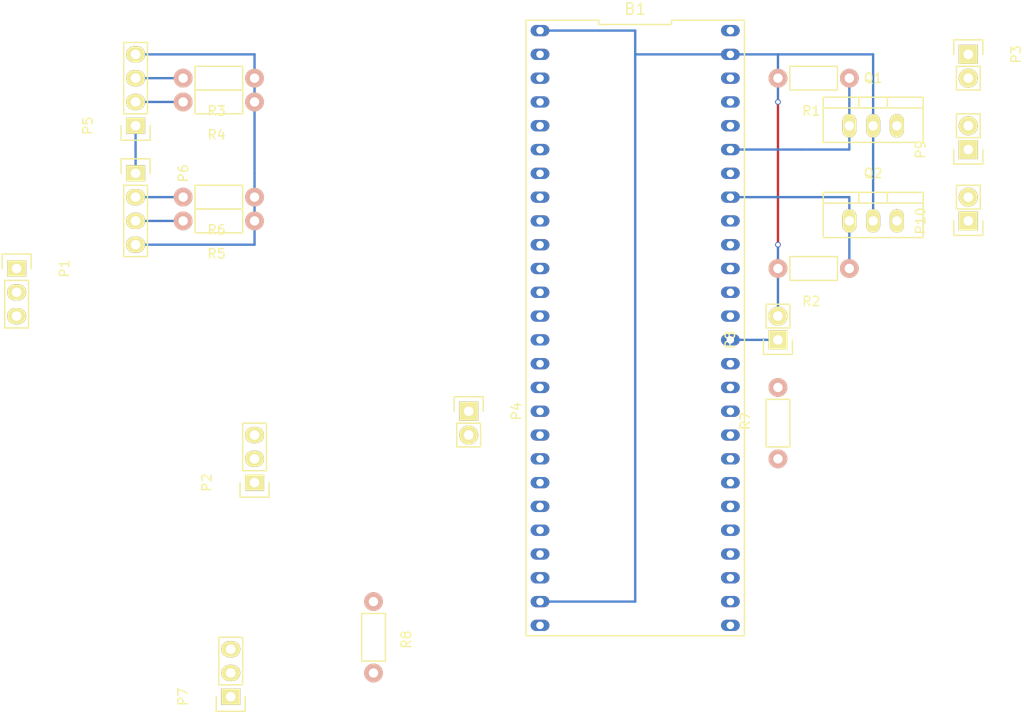
<source format=kicad_pcb>
(kicad_pcb (version 4) (host pcbnew 4.0.3+e1-6302~38~ubuntu16.04.1-stable)

  (general
    (links 49)
    (no_connects 49)
    (area 70.125 40.915 218.625001 139.505)
    (thickness 1.6)
    (drawings 0)
    (tracks 36)
    (zones 0)
    (modules 21)
    (nets 53)
  )

  (page A4)
  (layers
    (0 F.Cu signal)
    (31 B.Cu signal)
    (32 B.Adhes user)
    (33 F.Adhes user)
    (34 B.Paste user)
    (35 F.Paste user)
    (36 B.SilkS user)
    (37 F.SilkS user)
    (38 B.Mask user)
    (39 F.Mask user)
    (40 Dwgs.User user)
    (41 Cmts.User user)
    (42 Eco1.User user)
    (43 Eco2.User user)
    (44 Edge.Cuts user)
    (45 Margin user)
    (46 B.CrtYd user)
    (47 F.CrtYd user)
    (48 B.Fab user)
    (49 F.Fab user)
  )

  (setup
    (last_trace_width 0.25)
    (trace_clearance 0.2)
    (zone_clearance 0.508)
    (zone_45_only no)
    (trace_min 0.2)
    (segment_width 0.2)
    (edge_width 0.15)
    (via_size 0.6)
    (via_drill 0.4)
    (via_min_size 0.4)
    (via_min_drill 0.3)
    (uvia_size 0.3)
    (uvia_drill 0.1)
    (uvias_allowed no)
    (uvia_min_size 0.2)
    (uvia_min_drill 0.1)
    (pcb_text_width 0.3)
    (pcb_text_size 1.5 1.5)
    (mod_edge_width 0.15)
    (mod_text_size 1 1)
    (mod_text_width 0.15)
    (pad_size 1.524 1.524)
    (pad_drill 0.762)
    (pad_to_mask_clearance 0.2)
    (aux_axis_origin 0 0)
    (visible_elements FFFFFF7F)
    (pcbplotparams
      (layerselection 0x00030_80000001)
      (usegerberextensions false)
      (excludeedgelayer true)
      (linewidth 0.100000)
      (plotframeref false)
      (viasonmask false)
      (mode 1)
      (useauxorigin false)
      (hpglpennumber 1)
      (hpglpenspeed 20)
      (hpglpendiameter 15)
      (hpglpenoverlay 2)
      (psnegative false)
      (psa4output false)
      (plotreference true)
      (plotvalue true)
      (plotinvisibletext false)
      (padsonsilk false)
      (subtractmaskfromsilk false)
      (outputformat 1)
      (mirror false)
      (drillshape 1)
      (scaleselection 1)
      (outputdirectory ""))
  )

  (net 0 "")
  (net 1 +5V)
  (net 2 GND)
  (net 3 "Net-(B1-Pad2)")
  (net 4 "Net-(B1-Pad50)")
  (net 5 "Net-(B1-Pad3)")
  (net 6 "Net-(B1-Pad49)")
  (net 7 "Net-(B1-Pad4)")
  (net 8 "Net-(B1-Pad48)")
  (net 9 "Net-(B1-Pad5)")
  (net 10 Coast)
  (net 11 SteerEncA)
  (net 12 "Net-(B1-Pad46)")
  (net 13 SteerPot)
  (net 14 Reverse)
  (net 15 "Net-(B1-Pad8)")
  (net 16 "Net-(B1-Pad44)")
  (net 17 "Net-(B1-Pad9)")
  (net 18 "Net-(B1-Pad43)")
  (net 19 DriveEncB)
  (net 20 "Net-(B1-Pad42)")
  (net 21 "Net-(B1-Pad11)")
  (net 22 "Net-(B1-Pad41)")
  (net 23 "Net-(B1-Pad12)")
  (net 24 "Net-(B1-Pad40)")
  (net 25 SteerEncB)
  (net 26 Tx)
  (net 27 "Net-(B1-Pad14)")
  (net 28 "Net-(B1-Pad38)")
  (net 29 "Net-(B1-Pad15)")
  (net 30 "Net-(B1-Pad37)")
  (net 31 "Net-(B1-Pad16)")
  (net 32 "Net-(B1-Pad36)")
  (net 33 DriveSpeed)
  (net 34 "Net-(B1-Pad35)")
  (net 35 "Net-(B1-Pad18)")
  (net 36 "Net-(B1-Pad34)")
  (net 37 "Net-(B1-Pad19)")
  (net 38 "Net-(B1-Pad33)")
  (net 39 BrakePot)
  (net 40 "Net-(B1-Pad32)")
  (net 41 "Net-(B1-Pad21)")
  (net 42 "Net-(B1-Pad31)")
  (net 43 DriveEncA)
  (net 44 "Net-(B1-Pad30)")
  (net 45 Estop)
  (net 46 "Net-(B1-Pad29)")
  (net 47 "Net-(B1-Pad24)")
  (net 48 "Net-(B1-Pad28)")
  (net 49 "Net-(B1-Pad27)")
  (net 50 +12V)
  (net 51 "Net-(P9-Pad1)")
  (net 52 "Net-(P10-Pad1)")

  (net_class Default "This is the default net class."
    (clearance 0.2)
    (trace_width 0.25)
    (via_dia 0.6)
    (via_drill 0.4)
    (uvia_dia 0.3)
    (uvia_drill 0.1)
    (add_net +12V)
    (add_net +5V)
    (add_net BrakePot)
    (add_net Coast)
    (add_net DriveEncA)
    (add_net DriveEncB)
    (add_net DriveSpeed)
    (add_net Estop)
    (add_net GND)
    (add_net "Net-(B1-Pad11)")
    (add_net "Net-(B1-Pad12)")
    (add_net "Net-(B1-Pad14)")
    (add_net "Net-(B1-Pad15)")
    (add_net "Net-(B1-Pad16)")
    (add_net "Net-(B1-Pad18)")
    (add_net "Net-(B1-Pad19)")
    (add_net "Net-(B1-Pad2)")
    (add_net "Net-(B1-Pad21)")
    (add_net "Net-(B1-Pad24)")
    (add_net "Net-(B1-Pad27)")
    (add_net "Net-(B1-Pad28)")
    (add_net "Net-(B1-Pad29)")
    (add_net "Net-(B1-Pad3)")
    (add_net "Net-(B1-Pad30)")
    (add_net "Net-(B1-Pad31)")
    (add_net "Net-(B1-Pad32)")
    (add_net "Net-(B1-Pad33)")
    (add_net "Net-(B1-Pad34)")
    (add_net "Net-(B1-Pad35)")
    (add_net "Net-(B1-Pad36)")
    (add_net "Net-(B1-Pad37)")
    (add_net "Net-(B1-Pad38)")
    (add_net "Net-(B1-Pad4)")
    (add_net "Net-(B1-Pad40)")
    (add_net "Net-(B1-Pad41)")
    (add_net "Net-(B1-Pad42)")
    (add_net "Net-(B1-Pad43)")
    (add_net "Net-(B1-Pad44)")
    (add_net "Net-(B1-Pad46)")
    (add_net "Net-(B1-Pad48)")
    (add_net "Net-(B1-Pad49)")
    (add_net "Net-(B1-Pad5)")
    (add_net "Net-(B1-Pad50)")
    (add_net "Net-(B1-Pad8)")
    (add_net "Net-(B1-Pad9)")
    (add_net "Net-(P10-Pad1)")
    (add_net "Net-(P9-Pad1)")
    (add_net Reverse)
    (add_net SteerEncA)
    (add_net SteerEncB)
    (add_net SteerPot)
    (add_net Tx)
  )

  (module PSoC5:PSoC5_Dev (layer F.Cu) (tedit 58139E6E) (tstamp 5813A467)
    (at 109.22 95.25 270)
    (path /581380C7)
    (fp_text reference B1 (at -34.05 0 360) (layer F.SilkS)
      (effects (font (size 1.2 1.2) (thickness 0.15)))
    )
    (fp_text value PSoC5_Dev1 (at 0 0 270) (layer F.Fab)
      (effects (font (size 1.2 1.2) (thickness 0.15)))
    )
    (fp_line (start -32.85 11.659999) (end 32.85 11.66) (layer F.SilkS) (width 0.15))
    (fp_line (start 32.85 11.66) (end 32.85 -11.659999) (layer F.SilkS) (width 0.15))
    (fp_line (start 32.85 -11.659999) (end -32.85 -11.66) (layer F.SilkS) (width 0.15))
    (fp_line (start -32.85 -11.66) (end -32.85 -3.886666) (layer F.SilkS) (width 0.15))
    (fp_line (start -32.85 -3.886666) (end -32.4 -3.886666) (layer F.SilkS) (width 0.15))
    (fp_line (start -32.4 -3.886666) (end -32.4 3.886666) (layer F.SilkS) (width 0.15))
    (fp_line (start -32.4 3.886666) (end -32.85 3.886666) (layer F.SilkS) (width 0.15))
    (fp_line (start -32.85 3.886666) (end -32.85 11.659999) (layer F.SilkS) (width 0.15))
    (pad 52 thru_hole oval (at -31.75 -10.16 270) (size 1.2 2) (drill 0.8) (layers *.Cu *.Mask)
      (net 1 +5V))
    (pad 1 thru_hole oval (at -31.75 10.16 270) (size 1.2 2) (drill 0.8) (layers *.Cu *.Mask)
      (net 2 GND))
    (pad 51 thru_hole oval (at -29.21 -10.16 270) (size 1.2 2) (drill 0.8) (layers *.Cu *.Mask)
      (net 2 GND))
    (pad 2 thru_hole oval (at -29.21 10.16 270) (size 1.2 2) (drill 0.8) (layers *.Cu *.Mask)
      (net 3 "Net-(B1-Pad2)"))
    (pad 50 thru_hole oval (at -26.67 -10.16 270) (size 1.2 2) (drill 0.8) (layers *.Cu *.Mask)
      (net 4 "Net-(B1-Pad50)"))
    (pad 3 thru_hole oval (at -26.67 10.16 270) (size 1.2 2) (drill 0.8) (layers *.Cu *.Mask)
      (net 5 "Net-(B1-Pad3)"))
    (pad 49 thru_hole oval (at -24.13 -10.16 270) (size 1.2 2) (drill 0.8) (layers *.Cu *.Mask)
      (net 6 "Net-(B1-Pad49)"))
    (pad 4 thru_hole oval (at -24.13 10.16 270) (size 1.2 2) (drill 0.8) (layers *.Cu *.Mask)
      (net 7 "Net-(B1-Pad4)"))
    (pad 48 thru_hole oval (at -21.59 -10.16 270) (size 1.2 2) (drill 0.8) (layers *.Cu *.Mask)
      (net 8 "Net-(B1-Pad48)"))
    (pad 5 thru_hole oval (at -21.59 10.16 270) (size 1.2 2) (drill 0.8) (layers *.Cu *.Mask)
      (net 9 "Net-(B1-Pad5)"))
    (pad 47 thru_hole oval (at -19.05 -10.16 270) (size 1.2 2) (drill 0.8) (layers *.Cu *.Mask)
      (net 10 Coast))
    (pad 6 thru_hole oval (at -19.05 10.16 270) (size 1.2 2) (drill 0.8) (layers *.Cu *.Mask)
      (net 11 SteerEncA))
    (pad 46 thru_hole oval (at -16.51 -10.16 270) (size 1.2 2) (drill 0.8) (layers *.Cu *.Mask)
      (net 12 "Net-(B1-Pad46)"))
    (pad 7 thru_hole oval (at -16.51 10.16 270) (size 1.2 2) (drill 0.8) (layers *.Cu *.Mask)
      (net 13 SteerPot))
    (pad 45 thru_hole oval (at -13.97 -10.16 270) (size 1.2 2) (drill 0.8) (layers *.Cu *.Mask)
      (net 14 Reverse))
    (pad 8 thru_hole oval (at -13.97 10.16 270) (size 1.2 2) (drill 0.8) (layers *.Cu *.Mask)
      (net 15 "Net-(B1-Pad8)"))
    (pad 44 thru_hole oval (at -11.43 -10.16 270) (size 1.2 2) (drill 0.8) (layers *.Cu *.Mask)
      (net 16 "Net-(B1-Pad44)"))
    (pad 9 thru_hole oval (at -11.43 10.16 270) (size 1.2 2) (drill 0.8) (layers *.Cu *.Mask)
      (net 17 "Net-(B1-Pad9)"))
    (pad 43 thru_hole oval (at -8.89 -10.16 270) (size 1.2 2) (drill 0.8) (layers *.Cu *.Mask)
      (net 18 "Net-(B1-Pad43)"))
    (pad 10 thru_hole oval (at -8.89 10.16 270) (size 1.2 2) (drill 0.8) (layers *.Cu *.Mask)
      (net 19 DriveEncB))
    (pad 42 thru_hole oval (at -6.35 -10.16 270) (size 1.2 2) (drill 0.8) (layers *.Cu *.Mask)
      (net 20 "Net-(B1-Pad42)"))
    (pad 11 thru_hole oval (at -6.35 10.16 270) (size 1.2 2) (drill 0.8) (layers *.Cu *.Mask)
      (net 21 "Net-(B1-Pad11)"))
    (pad 41 thru_hole oval (at -3.81 -10.16 270) (size 1.2 2) (drill 0.8) (layers *.Cu *.Mask)
      (net 22 "Net-(B1-Pad41)"))
    (pad 12 thru_hole oval (at -3.81 10.16 270) (size 1.2 2) (drill 0.8) (layers *.Cu *.Mask)
      (net 23 "Net-(B1-Pad12)"))
    (pad 40 thru_hole oval (at -1.27 -10.16 270) (size 1.2 2) (drill 0.8) (layers *.Cu *.Mask)
      (net 24 "Net-(B1-Pad40)"))
    (pad 13 thru_hole oval (at -1.27 10.16 270) (size 1.2 2) (drill 0.8) (layers *.Cu *.Mask)
      (net 25 SteerEncB))
    (pad 39 thru_hole oval (at 1.27 -10.16 270) (size 1.2 2) (drill 0.8) (layers *.Cu *.Mask)
      (net 26 Tx))
    (pad 14 thru_hole oval (at 1.27 10.16 270) (size 1.2 2) (drill 0.8) (layers *.Cu *.Mask)
      (net 27 "Net-(B1-Pad14)"))
    (pad 38 thru_hole oval (at 3.81 -10.16 270) (size 1.2 2) (drill 0.8) (layers *.Cu *.Mask)
      (net 28 "Net-(B1-Pad38)"))
    (pad 15 thru_hole oval (at 3.81 10.16 270) (size 1.2 2) (drill 0.8) (layers *.Cu *.Mask)
      (net 29 "Net-(B1-Pad15)"))
    (pad 37 thru_hole oval (at 6.35 -10.16 270) (size 1.2 2) (drill 0.8) (layers *.Cu *.Mask)
      (net 30 "Net-(B1-Pad37)"))
    (pad 16 thru_hole oval (at 6.35 10.16 270) (size 1.2 2) (drill 0.8) (layers *.Cu *.Mask)
      (net 31 "Net-(B1-Pad16)"))
    (pad 36 thru_hole oval (at 8.89 -10.16 270) (size 1.2 2) (drill 0.8) (layers *.Cu *.Mask)
      (net 32 "Net-(B1-Pad36)"))
    (pad 17 thru_hole oval (at 8.89 10.16 270) (size 1.2 2) (drill 0.8) (layers *.Cu *.Mask)
      (net 33 DriveSpeed))
    (pad 35 thru_hole oval (at 11.43 -10.16 270) (size 1.2 2) (drill 0.8) (layers *.Cu *.Mask)
      (net 34 "Net-(B1-Pad35)"))
    (pad 18 thru_hole oval (at 11.43 10.16 270) (size 1.2 2) (drill 0.8) (layers *.Cu *.Mask)
      (net 35 "Net-(B1-Pad18)"))
    (pad 34 thru_hole oval (at 13.97 -10.16 270) (size 1.2 2) (drill 0.8) (layers *.Cu *.Mask)
      (net 36 "Net-(B1-Pad34)"))
    (pad 19 thru_hole oval (at 13.97 10.16 270) (size 1.2 2) (drill 0.8) (layers *.Cu *.Mask)
      (net 37 "Net-(B1-Pad19)"))
    (pad 33 thru_hole oval (at 16.51 -10.16 270) (size 1.2 2) (drill 0.8) (layers *.Cu *.Mask)
      (net 38 "Net-(B1-Pad33)"))
    (pad 20 thru_hole oval (at 16.51 10.16 270) (size 1.2 2) (drill 0.8) (layers *.Cu *.Mask)
      (net 39 BrakePot))
    (pad 32 thru_hole oval (at 19.05 -10.16 270) (size 1.2 2) (drill 0.8) (layers *.Cu *.Mask)
      (net 40 "Net-(B1-Pad32)"))
    (pad 21 thru_hole oval (at 19.05 10.16 270) (size 1.2 2) (drill 0.8) (layers *.Cu *.Mask)
      (net 41 "Net-(B1-Pad21)"))
    (pad 31 thru_hole oval (at 21.59 -10.16 270) (size 1.2 2) (drill 0.8) (layers *.Cu *.Mask)
      (net 42 "Net-(B1-Pad31)"))
    (pad 22 thru_hole oval (at 21.59 10.16 270) (size 1.2 2) (drill 0.8) (layers *.Cu *.Mask)
      (net 43 DriveEncA))
    (pad 30 thru_hole oval (at 24.13 -10.16 270) (size 1.2 2) (drill 0.8) (layers *.Cu *.Mask)
      (net 44 "Net-(B1-Pad30)"))
    (pad 23 thru_hole oval (at 24.13 10.16 270) (size 1.2 2) (drill 0.8) (layers *.Cu *.Mask)
      (net 45 Estop))
    (pad 29 thru_hole oval (at 26.67 -10.16 270) (size 1.2 2) (drill 0.8) (layers *.Cu *.Mask)
      (net 46 "Net-(B1-Pad29)"))
    (pad 24 thru_hole oval (at 26.67 10.16 270) (size 1.2 2) (drill 0.8) (layers *.Cu *.Mask)
      (net 47 "Net-(B1-Pad24)"))
    (pad 28 thru_hole oval (at 29.21 -10.16 270) (size 1.2 2) (drill 0.8) (layers *.Cu *.Mask)
      (net 48 "Net-(B1-Pad28)"))
    (pad 25 thru_hole oval (at 29.21 10.16 270) (size 1.2 2) (drill 0.8) (layers *.Cu *.Mask)
      (net 2 GND))
    (pad 27 thru_hole oval (at 31.75 -10.16 270) (size 1.2 2) (drill 0.8) (layers *.Cu *.Mask)
      (net 49 "Net-(B1-Pad27)"))
    (pad 26 thru_hole oval (at 31.75 10.16 270) (size 1.2 2) (drill 0.8) (layers *.Cu *.Mask)
      (net 1 +5V))
  )

  (module Socket_Strips:Socket_Strip_Straight_1x03 (layer F.Cu) (tedit 54E9F429) (tstamp 5813A46E)
    (at 43.18 88.9 270)
    (descr "Through hole socket strip")
    (tags "socket strip")
    (path /58138C57)
    (fp_text reference P1 (at 0 -5.1 270) (layer F.SilkS)
      (effects (font (size 1 1) (thickness 0.15)))
    )
    (fp_text value Steer_Pot (at 0 -3.1 270) (layer F.Fab)
      (effects (font (size 1 1) (thickness 0.15)))
    )
    (fp_line (start 0 -1.55) (end -1.55 -1.55) (layer F.SilkS) (width 0.15))
    (fp_line (start -1.55 -1.55) (end -1.55 1.55) (layer F.SilkS) (width 0.15))
    (fp_line (start -1.55 1.55) (end 0 1.55) (layer F.SilkS) (width 0.15))
    (fp_line (start -1.75 -1.75) (end -1.75 1.75) (layer F.CrtYd) (width 0.05))
    (fp_line (start 6.85 -1.75) (end 6.85 1.75) (layer F.CrtYd) (width 0.05))
    (fp_line (start -1.75 -1.75) (end 6.85 -1.75) (layer F.CrtYd) (width 0.05))
    (fp_line (start -1.75 1.75) (end 6.85 1.75) (layer F.CrtYd) (width 0.05))
    (fp_line (start 1.27 -1.27) (end 6.35 -1.27) (layer F.SilkS) (width 0.15))
    (fp_line (start 6.35 -1.27) (end 6.35 1.27) (layer F.SilkS) (width 0.15))
    (fp_line (start 6.35 1.27) (end 1.27 1.27) (layer F.SilkS) (width 0.15))
    (fp_line (start 1.27 1.27) (end 1.27 -1.27) (layer F.SilkS) (width 0.15))
    (pad 1 thru_hole rect (at 0 0 270) (size 1.7272 2.032) (drill 1.016) (layers *.Cu *.Mask F.SilkS)
      (net 2 GND))
    (pad 2 thru_hole oval (at 2.54 0 270) (size 1.7272 2.032) (drill 1.016) (layers *.Cu *.Mask F.SilkS)
      (net 13 SteerPot))
    (pad 3 thru_hole oval (at 5.08 0 270) (size 1.7272 2.032) (drill 1.016) (layers *.Cu *.Mask F.SilkS)
      (net 1 +5V))
    (model Socket_Strips.3dshapes/Socket_Strip_Straight_1x03.wrl
      (at (xyz 0.1 0 0))
      (scale (xyz 1 1 1))
      (rotate (xyz 0 0 180))
    )
  )

  (module Socket_Strips:Socket_Strip_Straight_1x03 (layer F.Cu) (tedit 54E9F429) (tstamp 5813A475)
    (at 68.58 111.76 90)
    (descr "Through hole socket strip")
    (tags "socket strip")
    (path /58138F05)
    (fp_text reference P2 (at 0 -5.1 90) (layer F.SilkS)
      (effects (font (size 1 1) (thickness 0.15)))
    )
    (fp_text value Brake_Pot (at 0 -3.1 90) (layer F.Fab)
      (effects (font (size 1 1) (thickness 0.15)))
    )
    (fp_line (start 0 -1.55) (end -1.55 -1.55) (layer F.SilkS) (width 0.15))
    (fp_line (start -1.55 -1.55) (end -1.55 1.55) (layer F.SilkS) (width 0.15))
    (fp_line (start -1.55 1.55) (end 0 1.55) (layer F.SilkS) (width 0.15))
    (fp_line (start -1.75 -1.75) (end -1.75 1.75) (layer F.CrtYd) (width 0.05))
    (fp_line (start 6.85 -1.75) (end 6.85 1.75) (layer F.CrtYd) (width 0.05))
    (fp_line (start -1.75 -1.75) (end 6.85 -1.75) (layer F.CrtYd) (width 0.05))
    (fp_line (start -1.75 1.75) (end 6.85 1.75) (layer F.CrtYd) (width 0.05))
    (fp_line (start 1.27 -1.27) (end 6.35 -1.27) (layer F.SilkS) (width 0.15))
    (fp_line (start 6.35 -1.27) (end 6.35 1.27) (layer F.SilkS) (width 0.15))
    (fp_line (start 6.35 1.27) (end 1.27 1.27) (layer F.SilkS) (width 0.15))
    (fp_line (start 1.27 1.27) (end 1.27 -1.27) (layer F.SilkS) (width 0.15))
    (pad 1 thru_hole rect (at 0 0 90) (size 1.7272 2.032) (drill 1.016) (layers *.Cu *.Mask F.SilkS)
      (net 2 GND))
    (pad 2 thru_hole oval (at 2.54 0 90) (size 1.7272 2.032) (drill 1.016) (layers *.Cu *.Mask F.SilkS)
      (net 39 BrakePot))
    (pad 3 thru_hole oval (at 5.08 0 90) (size 1.7272 2.032) (drill 1.016) (layers *.Cu *.Mask F.SilkS)
      (net 1 +5V))
    (model Socket_Strips.3dshapes/Socket_Strip_Straight_1x03.wrl
      (at (xyz 0.1 0 0))
      (scale (xyz 1 1 1))
      (rotate (xyz 0 0 180))
    )
  )

  (module Socket_Strips:Socket_Strip_Straight_1x02 (layer F.Cu) (tedit 54E9F75E) (tstamp 5813A47B)
    (at 144.78 66.04 270)
    (descr "Through hole socket strip")
    (tags "socket strip")
    (path /5813B9D6)
    (fp_text reference P3 (at 0 -5.1 270) (layer F.SilkS)
      (effects (font (size 1 1) (thickness 0.15)))
    )
    (fp_text value PSU (at 0 -3.1 270) (layer F.Fab)
      (effects (font (size 1 1) (thickness 0.15)))
    )
    (fp_line (start -1.55 1.55) (end 0 1.55) (layer F.SilkS) (width 0.15))
    (fp_line (start 3.81 1.27) (end 1.27 1.27) (layer F.SilkS) (width 0.15))
    (fp_line (start -1.75 -1.75) (end -1.75 1.75) (layer F.CrtYd) (width 0.05))
    (fp_line (start 4.3 -1.75) (end 4.3 1.75) (layer F.CrtYd) (width 0.05))
    (fp_line (start -1.75 -1.75) (end 4.3 -1.75) (layer F.CrtYd) (width 0.05))
    (fp_line (start -1.75 1.75) (end 4.3 1.75) (layer F.CrtYd) (width 0.05))
    (fp_line (start 1.27 1.27) (end 1.27 -1.27) (layer F.SilkS) (width 0.15))
    (fp_line (start 0 -1.55) (end -1.55 -1.55) (layer F.SilkS) (width 0.15))
    (fp_line (start -1.55 -1.55) (end -1.55 1.55) (layer F.SilkS) (width 0.15))
    (fp_line (start 1.27 -1.27) (end 3.81 -1.27) (layer F.SilkS) (width 0.15))
    (fp_line (start 3.81 -1.27) (end 3.81 1.27) (layer F.SilkS) (width 0.15))
    (pad 1 thru_hole rect (at 0 0 270) (size 2.032 2.032) (drill 1.016) (layers *.Cu *.Mask F.SilkS)
      (net 2 GND))
    (pad 2 thru_hole oval (at 2.54 0 270) (size 2.032 2.032) (drill 1.016) (layers *.Cu *.Mask F.SilkS)
      (net 50 +12V))
    (model Socket_Strips.3dshapes/Socket_Strip_Straight_1x02.wrl
      (at (xyz 0.05 0 0))
      (scale (xyz 1 1 1))
      (rotate (xyz 0 0 180))
    )
  )

  (module Socket_Strips:Socket_Strip_Straight_1x02 (layer F.Cu) (tedit 54E9F75E) (tstamp 5813A481)
    (at 91.44 104.14 270)
    (descr "Through hole socket strip")
    (tags "socket strip")
    (path /5813AD28)
    (fp_text reference P4 (at 0 -5.1 270) (layer F.SilkS)
      (effects (font (size 1 1) (thickness 0.15)))
    )
    (fp_text value Drive_Controller (at 0 -3.1 270) (layer F.Fab)
      (effects (font (size 1 1) (thickness 0.15)))
    )
    (fp_line (start -1.55 1.55) (end 0 1.55) (layer F.SilkS) (width 0.15))
    (fp_line (start 3.81 1.27) (end 1.27 1.27) (layer F.SilkS) (width 0.15))
    (fp_line (start -1.75 -1.75) (end -1.75 1.75) (layer F.CrtYd) (width 0.05))
    (fp_line (start 4.3 -1.75) (end 4.3 1.75) (layer F.CrtYd) (width 0.05))
    (fp_line (start -1.75 -1.75) (end 4.3 -1.75) (layer F.CrtYd) (width 0.05))
    (fp_line (start -1.75 1.75) (end 4.3 1.75) (layer F.CrtYd) (width 0.05))
    (fp_line (start 1.27 1.27) (end 1.27 -1.27) (layer F.SilkS) (width 0.15))
    (fp_line (start 0 -1.55) (end -1.55 -1.55) (layer F.SilkS) (width 0.15))
    (fp_line (start -1.55 -1.55) (end -1.55 1.55) (layer F.SilkS) (width 0.15))
    (fp_line (start 1.27 -1.27) (end 3.81 -1.27) (layer F.SilkS) (width 0.15))
    (fp_line (start 3.81 -1.27) (end 3.81 1.27) (layer F.SilkS) (width 0.15))
    (pad 1 thru_hole rect (at 0 0 270) (size 2.032 2.032) (drill 1.016) (layers *.Cu *.Mask F.SilkS)
      (net 33 DriveSpeed))
    (pad 2 thru_hole oval (at 2.54 0 270) (size 2.032 2.032) (drill 1.016) (layers *.Cu *.Mask F.SilkS)
      (net 2 GND))
    (model Socket_Strips.3dshapes/Socket_Strip_Straight_1x02.wrl
      (at (xyz 0.05 0 0))
      (scale (xyz 1 1 1))
      (rotate (xyz 0 0 180))
    )
  )

  (module Socket_Strips:Socket_Strip_Straight_1x04 (layer F.Cu) (tedit 0) (tstamp 5813A489)
    (at 55.88 73.66 90)
    (descr "Through hole socket strip")
    (tags "socket strip")
    (path /58138798)
    (fp_text reference P5 (at 0 -5.1 90) (layer F.SilkS)
      (effects (font (size 1 1) (thickness 0.15)))
    )
    (fp_text value Steer_Enc (at 0 -3.1 90) (layer F.Fab)
      (effects (font (size 1 1) (thickness 0.15)))
    )
    (fp_line (start -1.75 -1.75) (end -1.75 1.75) (layer F.CrtYd) (width 0.05))
    (fp_line (start 9.4 -1.75) (end 9.4 1.75) (layer F.CrtYd) (width 0.05))
    (fp_line (start -1.75 -1.75) (end 9.4 -1.75) (layer F.CrtYd) (width 0.05))
    (fp_line (start -1.75 1.75) (end 9.4 1.75) (layer F.CrtYd) (width 0.05))
    (fp_line (start 1.27 -1.27) (end 8.89 -1.27) (layer F.SilkS) (width 0.15))
    (fp_line (start 1.27 1.27) (end 8.89 1.27) (layer F.SilkS) (width 0.15))
    (fp_line (start -1.55 1.55) (end 0 1.55) (layer F.SilkS) (width 0.15))
    (fp_line (start 8.89 -1.27) (end 8.89 1.27) (layer F.SilkS) (width 0.15))
    (fp_line (start 1.27 1.27) (end 1.27 -1.27) (layer F.SilkS) (width 0.15))
    (fp_line (start 0 -1.55) (end -1.55 -1.55) (layer F.SilkS) (width 0.15))
    (fp_line (start -1.55 -1.55) (end -1.55 1.55) (layer F.SilkS) (width 0.15))
    (pad 1 thru_hole rect (at 0 0 90) (size 1.7272 2.032) (drill 1.016) (layers *.Cu *.Mask F.SilkS)
      (net 2 GND))
    (pad 2 thru_hole oval (at 2.54 0 90) (size 1.7272 2.032) (drill 1.016) (layers *.Cu *.Mask F.SilkS)
      (net 25 SteerEncB))
    (pad 3 thru_hole oval (at 5.08 0 90) (size 1.7272 2.032) (drill 1.016) (layers *.Cu *.Mask F.SilkS)
      (net 11 SteerEncA))
    (pad 4 thru_hole oval (at 7.62 0 90) (size 1.7272 2.032) (drill 1.016) (layers *.Cu *.Mask F.SilkS)
      (net 1 +5V))
    (model Socket_Strips.3dshapes/Socket_Strip_Straight_1x04.wrl
      (at (xyz 0.15 0 0))
      (scale (xyz 1 1 1))
      (rotate (xyz 0 0 180))
    )
  )

  (module Socket_Strips:Socket_Strip_Straight_1x04 (layer F.Cu) (tedit 0) (tstamp 5813A491)
    (at 55.88 78.74 270)
    (descr "Through hole socket strip")
    (tags "socket strip")
    (path /581389BB)
    (fp_text reference P6 (at 0 -5.1 270) (layer F.SilkS)
      (effects (font (size 1 1) (thickness 0.15)))
    )
    (fp_text value Drive_Enc (at 7.62 2.54 270) (layer F.Fab)
      (effects (font (size 1 1) (thickness 0.15)))
    )
    (fp_line (start -1.75 -1.75) (end -1.75 1.75) (layer F.CrtYd) (width 0.05))
    (fp_line (start 9.4 -1.75) (end 9.4 1.75) (layer F.CrtYd) (width 0.05))
    (fp_line (start -1.75 -1.75) (end 9.4 -1.75) (layer F.CrtYd) (width 0.05))
    (fp_line (start -1.75 1.75) (end 9.4 1.75) (layer F.CrtYd) (width 0.05))
    (fp_line (start 1.27 -1.27) (end 8.89 -1.27) (layer F.SilkS) (width 0.15))
    (fp_line (start 1.27 1.27) (end 8.89 1.27) (layer F.SilkS) (width 0.15))
    (fp_line (start -1.55 1.55) (end 0 1.55) (layer F.SilkS) (width 0.15))
    (fp_line (start 8.89 -1.27) (end 8.89 1.27) (layer F.SilkS) (width 0.15))
    (fp_line (start 1.27 1.27) (end 1.27 -1.27) (layer F.SilkS) (width 0.15))
    (fp_line (start 0 -1.55) (end -1.55 -1.55) (layer F.SilkS) (width 0.15))
    (fp_line (start -1.55 -1.55) (end -1.55 1.55) (layer F.SilkS) (width 0.15))
    (pad 1 thru_hole rect (at 0 0 270) (size 1.7272 2.032) (drill 1.016) (layers *.Cu *.Mask F.SilkS)
      (net 2 GND))
    (pad 2 thru_hole oval (at 2.54 0 270) (size 1.7272 2.032) (drill 1.016) (layers *.Cu *.Mask F.SilkS)
      (net 19 DriveEncB))
    (pad 3 thru_hole oval (at 5.08 0 270) (size 1.7272 2.032) (drill 1.016) (layers *.Cu *.Mask F.SilkS)
      (net 43 DriveEncA))
    (pad 4 thru_hole oval (at 7.62 0 270) (size 1.7272 2.032) (drill 1.016) (layers *.Cu *.Mask F.SilkS)
      (net 1 +5V))
    (model Socket_Strips.3dshapes/Socket_Strip_Straight_1x04.wrl
      (at (xyz 0.15 0 0))
      (scale (xyz 1 1 1))
      (rotate (xyz 0 0 180))
    )
  )

  (module Socket_Strips:Socket_Strip_Straight_1x03 (layer F.Cu) (tedit 54E9F429) (tstamp 5813A498)
    (at 66.04 134.62 90)
    (descr "Through hole socket strip")
    (tags "socket strip")
    (path /58139F35)
    (fp_text reference P7 (at 0 -5.1 90) (layer F.SilkS)
      (effects (font (size 1 1) (thickness 0.15)))
    )
    (fp_text value Estop (at 0 -3.1 90) (layer F.Fab)
      (effects (font (size 1 1) (thickness 0.15)))
    )
    (fp_line (start 0 -1.55) (end -1.55 -1.55) (layer F.SilkS) (width 0.15))
    (fp_line (start -1.55 -1.55) (end -1.55 1.55) (layer F.SilkS) (width 0.15))
    (fp_line (start -1.55 1.55) (end 0 1.55) (layer F.SilkS) (width 0.15))
    (fp_line (start -1.75 -1.75) (end -1.75 1.75) (layer F.CrtYd) (width 0.05))
    (fp_line (start 6.85 -1.75) (end 6.85 1.75) (layer F.CrtYd) (width 0.05))
    (fp_line (start -1.75 -1.75) (end 6.85 -1.75) (layer F.CrtYd) (width 0.05))
    (fp_line (start -1.75 1.75) (end 6.85 1.75) (layer F.CrtYd) (width 0.05))
    (fp_line (start 1.27 -1.27) (end 6.35 -1.27) (layer F.SilkS) (width 0.15))
    (fp_line (start 6.35 -1.27) (end 6.35 1.27) (layer F.SilkS) (width 0.15))
    (fp_line (start 6.35 1.27) (end 1.27 1.27) (layer F.SilkS) (width 0.15))
    (fp_line (start 1.27 1.27) (end 1.27 -1.27) (layer F.SilkS) (width 0.15))
    (pad 1 thru_hole rect (at 0 0 90) (size 1.7272 2.032) (drill 1.016) (layers *.Cu *.Mask F.SilkS)
      (net 2 GND))
    (pad 2 thru_hole oval (at 2.54 0 90) (size 1.7272 2.032) (drill 1.016) (layers *.Cu *.Mask F.SilkS)
      (net 45 Estop))
    (pad 3 thru_hole oval (at 5.08 0 90) (size 1.7272 2.032) (drill 1.016) (layers *.Cu *.Mask F.SilkS)
      (net 1 +5V))
    (model Socket_Strips.3dshapes/Socket_Strip_Straight_1x03.wrl
      (at (xyz 0.1 0 0))
      (scale (xyz 1 1 1))
      (rotate (xyz 0 0 180))
    )
  )

  (module Socket_Strips:Socket_Strip_Straight_1x02 (layer F.Cu) (tedit 54E9F75E) (tstamp 5813A49E)
    (at 124.46 96.52 90)
    (descr "Through hole socket strip")
    (tags "socket strip")
    (path /58138FBC)
    (fp_text reference P8 (at 0 -5.1 90) (layer F.SilkS)
      (effects (font (size 1 1) (thickness 0.15)))
    )
    (fp_text value SabertoothSerial (at 0 -3.1 90) (layer F.Fab)
      (effects (font (size 1 1) (thickness 0.15)))
    )
    (fp_line (start -1.55 1.55) (end 0 1.55) (layer F.SilkS) (width 0.15))
    (fp_line (start 3.81 1.27) (end 1.27 1.27) (layer F.SilkS) (width 0.15))
    (fp_line (start -1.75 -1.75) (end -1.75 1.75) (layer F.CrtYd) (width 0.05))
    (fp_line (start 4.3 -1.75) (end 4.3 1.75) (layer F.CrtYd) (width 0.05))
    (fp_line (start -1.75 -1.75) (end 4.3 -1.75) (layer F.CrtYd) (width 0.05))
    (fp_line (start -1.75 1.75) (end 4.3 1.75) (layer F.CrtYd) (width 0.05))
    (fp_line (start 1.27 1.27) (end 1.27 -1.27) (layer F.SilkS) (width 0.15))
    (fp_line (start 0 -1.55) (end -1.55 -1.55) (layer F.SilkS) (width 0.15))
    (fp_line (start -1.55 -1.55) (end -1.55 1.55) (layer F.SilkS) (width 0.15))
    (fp_line (start 1.27 -1.27) (end 3.81 -1.27) (layer F.SilkS) (width 0.15))
    (fp_line (start 3.81 -1.27) (end 3.81 1.27) (layer F.SilkS) (width 0.15))
    (pad 1 thru_hole rect (at 0 0 90) (size 2.032 2.032) (drill 1.016) (layers *.Cu *.Mask F.SilkS)
      (net 26 Tx))
    (pad 2 thru_hole oval (at 2.54 0 90) (size 2.032 2.032) (drill 1.016) (layers *.Cu *.Mask F.SilkS)
      (net 2 GND))
    (model Socket_Strips.3dshapes/Socket_Strip_Straight_1x02.wrl
      (at (xyz 0.05 0 0))
      (scale (xyz 1 1 1))
      (rotate (xyz 0 0 180))
    )
  )

  (module Socket_Strips:Socket_Strip_Straight_1x02 (layer F.Cu) (tedit 54E9F75E) (tstamp 5813A4A4)
    (at 144.78 76.2 90)
    (descr "Through hole socket strip")
    (tags "socket strip")
    (path /5813BE9E)
    (fp_text reference P9 (at 0 -5.1 90) (layer F.SilkS)
      (effects (font (size 1 1) (thickness 0.15)))
    )
    (fp_text value Coast_Relay (at 0 -3.1 90) (layer F.Fab)
      (effects (font (size 1 1) (thickness 0.15)))
    )
    (fp_line (start -1.55 1.55) (end 0 1.55) (layer F.SilkS) (width 0.15))
    (fp_line (start 3.81 1.27) (end 1.27 1.27) (layer F.SilkS) (width 0.15))
    (fp_line (start -1.75 -1.75) (end -1.75 1.75) (layer F.CrtYd) (width 0.05))
    (fp_line (start 4.3 -1.75) (end 4.3 1.75) (layer F.CrtYd) (width 0.05))
    (fp_line (start -1.75 -1.75) (end 4.3 -1.75) (layer F.CrtYd) (width 0.05))
    (fp_line (start -1.75 1.75) (end 4.3 1.75) (layer F.CrtYd) (width 0.05))
    (fp_line (start 1.27 1.27) (end 1.27 -1.27) (layer F.SilkS) (width 0.15))
    (fp_line (start 0 -1.55) (end -1.55 -1.55) (layer F.SilkS) (width 0.15))
    (fp_line (start -1.55 -1.55) (end -1.55 1.55) (layer F.SilkS) (width 0.15))
    (fp_line (start 1.27 -1.27) (end 3.81 -1.27) (layer F.SilkS) (width 0.15))
    (fp_line (start 3.81 -1.27) (end 3.81 1.27) (layer F.SilkS) (width 0.15))
    (pad 1 thru_hole rect (at 0 0 90) (size 2.032 2.032) (drill 1.016) (layers *.Cu *.Mask F.SilkS)
      (net 51 "Net-(P9-Pad1)"))
    (pad 2 thru_hole oval (at 2.54 0 90) (size 2.032 2.032) (drill 1.016) (layers *.Cu *.Mask F.SilkS)
      (net 50 +12V))
    (model Socket_Strips.3dshapes/Socket_Strip_Straight_1x02.wrl
      (at (xyz 0.05 0 0))
      (scale (xyz 1 1 1))
      (rotate (xyz 0 0 180))
    )
  )

  (module Socket_Strips:Socket_Strip_Straight_1x02 (layer F.Cu) (tedit 54E9F75E) (tstamp 5813A4AA)
    (at 144.78 83.82 90)
    (descr "Through hole socket strip")
    (tags "socket strip")
    (path /5813C3B3)
    (fp_text reference P10 (at 0 -5.1 90) (layer F.SilkS)
      (effects (font (size 1 1) (thickness 0.15)))
    )
    (fp_text value Coast_Relay (at 0 -3.1 90) (layer F.Fab)
      (effects (font (size 1 1) (thickness 0.15)))
    )
    (fp_line (start -1.55 1.55) (end 0 1.55) (layer F.SilkS) (width 0.15))
    (fp_line (start 3.81 1.27) (end 1.27 1.27) (layer F.SilkS) (width 0.15))
    (fp_line (start -1.75 -1.75) (end -1.75 1.75) (layer F.CrtYd) (width 0.05))
    (fp_line (start 4.3 -1.75) (end 4.3 1.75) (layer F.CrtYd) (width 0.05))
    (fp_line (start -1.75 -1.75) (end 4.3 -1.75) (layer F.CrtYd) (width 0.05))
    (fp_line (start -1.75 1.75) (end 4.3 1.75) (layer F.CrtYd) (width 0.05))
    (fp_line (start 1.27 1.27) (end 1.27 -1.27) (layer F.SilkS) (width 0.15))
    (fp_line (start 0 -1.55) (end -1.55 -1.55) (layer F.SilkS) (width 0.15))
    (fp_line (start -1.55 -1.55) (end -1.55 1.55) (layer F.SilkS) (width 0.15))
    (fp_line (start 1.27 -1.27) (end 3.81 -1.27) (layer F.SilkS) (width 0.15))
    (fp_line (start 3.81 -1.27) (end 3.81 1.27) (layer F.SilkS) (width 0.15))
    (pad 1 thru_hole rect (at 0 0 90) (size 2.032 2.032) (drill 1.016) (layers *.Cu *.Mask F.SilkS)
      (net 52 "Net-(P10-Pad1)"))
    (pad 2 thru_hole oval (at 2.54 0 90) (size 2.032 2.032) (drill 1.016) (layers *.Cu *.Mask F.SilkS)
      (net 50 +12V))
    (model Socket_Strips.3dshapes/Socket_Strip_Straight_1x02.wrl
      (at (xyz 0.05 0 0))
      (scale (xyz 1 1 1))
      (rotate (xyz 0 0 180))
    )
  )

  (module TO_SOT_Packages_THT:TO-220_Neutral123_Vertical (layer F.Cu) (tedit 0) (tstamp 5813A4B1)
    (at 134.62 73.66)
    (descr "TO-220, Neutral, Vertical,")
    (tags "TO-220, Neutral, Vertical,")
    (path /5813A5E7)
    (fp_text reference Q1 (at 0 -5.08) (layer F.SilkS)
      (effects (font (size 1 1) (thickness 0.15)))
    )
    (fp_text value Q_NMOS_GDS (at 0 3.81) (layer F.Fab)
      (effects (font (size 1 1) (thickness 0.15)))
    )
    (fp_line (start -1.524 -3.048) (end -1.524 -1.905) (layer F.SilkS) (width 0.15))
    (fp_line (start 1.524 -3.048) (end 1.524 -1.905) (layer F.SilkS) (width 0.15))
    (fp_line (start 5.334 -1.905) (end 5.334 1.778) (layer F.SilkS) (width 0.15))
    (fp_line (start 5.334 1.778) (end -5.334 1.778) (layer F.SilkS) (width 0.15))
    (fp_line (start -5.334 1.778) (end -5.334 -1.905) (layer F.SilkS) (width 0.15))
    (fp_line (start 5.334 -3.048) (end 5.334 -1.905) (layer F.SilkS) (width 0.15))
    (fp_line (start 5.334 -1.905) (end -5.334 -1.905) (layer F.SilkS) (width 0.15))
    (fp_line (start -5.334 -1.905) (end -5.334 -3.048) (layer F.SilkS) (width 0.15))
    (fp_line (start 0 -3.048) (end -5.334 -3.048) (layer F.SilkS) (width 0.15))
    (fp_line (start 0 -3.048) (end 5.334 -3.048) (layer F.SilkS) (width 0.15))
    (pad 2 thru_hole oval (at 0 0 90) (size 2.49936 1.50114) (drill 1.00076) (layers *.Cu *.Mask F.SilkS)
      (net 2 GND))
    (pad 1 thru_hole oval (at -2.54 0 90) (size 2.49936 1.50114) (drill 1.00076) (layers *.Cu *.Mask F.SilkS)
      (net 10 Coast))
    (pad 3 thru_hole oval (at 2.54 0 90) (size 2.49936 1.50114) (drill 1.00076) (layers *.Cu *.Mask F.SilkS)
      (net 51 "Net-(P9-Pad1)"))
    (model TO_SOT_Packages_THT.3dshapes/TO-220_Neutral123_Vertical.wrl
      (at (xyz 0 0 0))
      (scale (xyz 0.3937 0.3937 0.3937))
      (rotate (xyz 0 0 0))
    )
  )

  (module TO_SOT_Packages_THT:TO-220_Neutral123_Vertical (layer F.Cu) (tedit 0) (tstamp 5813A4B8)
    (at 134.62 83.82)
    (descr "TO-220, Neutral, Vertical,")
    (tags "TO-220, Neutral, Vertical,")
    (path /5813A67E)
    (fp_text reference Q2 (at 0 -5.08) (layer F.SilkS)
      (effects (font (size 1 1) (thickness 0.15)))
    )
    (fp_text value Q_NMOS_GDS (at 0 3.81) (layer F.Fab)
      (effects (font (size 1 1) (thickness 0.15)))
    )
    (fp_line (start -1.524 -3.048) (end -1.524 -1.905) (layer F.SilkS) (width 0.15))
    (fp_line (start 1.524 -3.048) (end 1.524 -1.905) (layer F.SilkS) (width 0.15))
    (fp_line (start 5.334 -1.905) (end 5.334 1.778) (layer F.SilkS) (width 0.15))
    (fp_line (start 5.334 1.778) (end -5.334 1.778) (layer F.SilkS) (width 0.15))
    (fp_line (start -5.334 1.778) (end -5.334 -1.905) (layer F.SilkS) (width 0.15))
    (fp_line (start 5.334 -3.048) (end 5.334 -1.905) (layer F.SilkS) (width 0.15))
    (fp_line (start 5.334 -1.905) (end -5.334 -1.905) (layer F.SilkS) (width 0.15))
    (fp_line (start -5.334 -1.905) (end -5.334 -3.048) (layer F.SilkS) (width 0.15))
    (fp_line (start 0 -3.048) (end -5.334 -3.048) (layer F.SilkS) (width 0.15))
    (fp_line (start 0 -3.048) (end 5.334 -3.048) (layer F.SilkS) (width 0.15))
    (pad 2 thru_hole oval (at 0 0 90) (size 2.49936 1.50114) (drill 1.00076) (layers *.Cu *.Mask F.SilkS)
      (net 2 GND))
    (pad 1 thru_hole oval (at -2.54 0 90) (size 2.49936 1.50114) (drill 1.00076) (layers *.Cu *.Mask F.SilkS)
      (net 14 Reverse))
    (pad 3 thru_hole oval (at 2.54 0 90) (size 2.49936 1.50114) (drill 1.00076) (layers *.Cu *.Mask F.SilkS)
      (net 52 "Net-(P10-Pad1)"))
    (model TO_SOT_Packages_THT.3dshapes/TO-220_Neutral123_Vertical.wrl
      (at (xyz 0 0 0))
      (scale (xyz 0.3937 0.3937 0.3937))
      (rotate (xyz 0 0 0))
    )
  )

  (module Resistors_ThroughHole:Resistor_Horizontal_RM7mm (layer F.Cu) (tedit 569FCF07) (tstamp 5813A4BE)
    (at 132.08 68.58 180)
    (descr "Resistor, Axial,  RM 7.62mm, 1/3W,")
    (tags "Resistor Axial RM 7.62mm 1/3W R3")
    (path /58139D37)
    (fp_text reference R1 (at 4.05892 -3.50012 180) (layer F.SilkS)
      (effects (font (size 1 1) (thickness 0.15)))
    )
    (fp_text value 10k (at 3.81 3.81 180) (layer F.Fab)
      (effects (font (size 1 1) (thickness 0.15)))
    )
    (fp_line (start -1.25 -1.5) (end 8.85 -1.5) (layer F.CrtYd) (width 0.05))
    (fp_line (start -1.25 1.5) (end -1.25 -1.5) (layer F.CrtYd) (width 0.05))
    (fp_line (start 8.85 -1.5) (end 8.85 1.5) (layer F.CrtYd) (width 0.05))
    (fp_line (start -1.25 1.5) (end 8.85 1.5) (layer F.CrtYd) (width 0.05))
    (fp_line (start 1.27 -1.27) (end 6.35 -1.27) (layer F.SilkS) (width 0.15))
    (fp_line (start 6.35 -1.27) (end 6.35 1.27) (layer F.SilkS) (width 0.15))
    (fp_line (start 6.35 1.27) (end 1.27 1.27) (layer F.SilkS) (width 0.15))
    (fp_line (start 1.27 1.27) (end 1.27 -1.27) (layer F.SilkS) (width 0.15))
    (pad 1 thru_hole circle (at 0 0 180) (size 1.99898 1.99898) (drill 1.00076) (layers *.Cu *.SilkS *.Mask)
      (net 10 Coast))
    (pad 2 thru_hole circle (at 7.62 0 180) (size 1.99898 1.99898) (drill 1.00076) (layers *.Cu *.SilkS *.Mask)
      (net 2 GND))
  )

  (module Resistors_ThroughHole:Resistor_Horizontal_RM7mm (layer F.Cu) (tedit 569FCF07) (tstamp 5813A4C4)
    (at 132.08 88.9 180)
    (descr "Resistor, Axial,  RM 7.62mm, 1/3W,")
    (tags "Resistor Axial RM 7.62mm 1/3W R3")
    (path /5813C3A4)
    (fp_text reference R2 (at 4.05892 -3.50012 180) (layer F.SilkS)
      (effects (font (size 1 1) (thickness 0.15)))
    )
    (fp_text value 10k (at 3.81 3.81 180) (layer F.Fab)
      (effects (font (size 1 1) (thickness 0.15)))
    )
    (fp_line (start -1.25 -1.5) (end 8.85 -1.5) (layer F.CrtYd) (width 0.05))
    (fp_line (start -1.25 1.5) (end -1.25 -1.5) (layer F.CrtYd) (width 0.05))
    (fp_line (start 8.85 -1.5) (end 8.85 1.5) (layer F.CrtYd) (width 0.05))
    (fp_line (start -1.25 1.5) (end 8.85 1.5) (layer F.CrtYd) (width 0.05))
    (fp_line (start 1.27 -1.27) (end 6.35 -1.27) (layer F.SilkS) (width 0.15))
    (fp_line (start 6.35 -1.27) (end 6.35 1.27) (layer F.SilkS) (width 0.15))
    (fp_line (start 6.35 1.27) (end 1.27 1.27) (layer F.SilkS) (width 0.15))
    (fp_line (start 1.27 1.27) (end 1.27 -1.27) (layer F.SilkS) (width 0.15))
    (pad 1 thru_hole circle (at 0 0 180) (size 1.99898 1.99898) (drill 1.00076) (layers *.Cu *.SilkS *.Mask)
      (net 14 Reverse))
    (pad 2 thru_hole circle (at 7.62 0 180) (size 1.99898 1.99898) (drill 1.00076) (layers *.Cu *.SilkS *.Mask)
      (net 2 GND))
  )

  (module Resistors_ThroughHole:Resistor_Horizontal_RM7mm (layer F.Cu) (tedit 569FCF07) (tstamp 5813A4CA)
    (at 68.58 68.58 180)
    (descr "Resistor, Axial,  RM 7.62mm, 1/3W,")
    (tags "Resistor Axial RM 7.62mm 1/3W R3")
    (path /58138551)
    (fp_text reference R3 (at 4.05892 -3.50012 180) (layer F.SilkS)
      (effects (font (size 1 1) (thickness 0.15)))
    )
    (fp_text value 10k (at 3.81 3.81 180) (layer F.Fab)
      (effects (font (size 1 1) (thickness 0.15)))
    )
    (fp_line (start -1.25 -1.5) (end 8.85 -1.5) (layer F.CrtYd) (width 0.05))
    (fp_line (start -1.25 1.5) (end -1.25 -1.5) (layer F.CrtYd) (width 0.05))
    (fp_line (start 8.85 -1.5) (end 8.85 1.5) (layer F.CrtYd) (width 0.05))
    (fp_line (start -1.25 1.5) (end 8.85 1.5) (layer F.CrtYd) (width 0.05))
    (fp_line (start 1.27 -1.27) (end 6.35 -1.27) (layer F.SilkS) (width 0.15))
    (fp_line (start 6.35 -1.27) (end 6.35 1.27) (layer F.SilkS) (width 0.15))
    (fp_line (start 6.35 1.27) (end 1.27 1.27) (layer F.SilkS) (width 0.15))
    (fp_line (start 1.27 1.27) (end 1.27 -1.27) (layer F.SilkS) (width 0.15))
    (pad 1 thru_hole circle (at 0 0 180) (size 1.99898 1.99898) (drill 1.00076) (layers *.Cu *.SilkS *.Mask)
      (net 1 +5V))
    (pad 2 thru_hole circle (at 7.62 0 180) (size 1.99898 1.99898) (drill 1.00076) (layers *.Cu *.SilkS *.Mask)
      (net 11 SteerEncA))
  )

  (module Resistors_ThroughHole:Resistor_Horizontal_RM7mm (layer F.Cu) (tedit 569FCF07) (tstamp 5813A4D0)
    (at 68.58 71.12 180)
    (descr "Resistor, Axial,  RM 7.62mm, 1/3W,")
    (tags "Resistor Axial RM 7.62mm 1/3W R3")
    (path /58138719)
    (fp_text reference R4 (at 4.05892 -3.50012 180) (layer F.SilkS)
      (effects (font (size 1 1) (thickness 0.15)))
    )
    (fp_text value 10k (at 3.81 3.81 180) (layer F.Fab)
      (effects (font (size 1 1) (thickness 0.15)))
    )
    (fp_line (start -1.25 -1.5) (end 8.85 -1.5) (layer F.CrtYd) (width 0.05))
    (fp_line (start -1.25 1.5) (end -1.25 -1.5) (layer F.CrtYd) (width 0.05))
    (fp_line (start 8.85 -1.5) (end 8.85 1.5) (layer F.CrtYd) (width 0.05))
    (fp_line (start -1.25 1.5) (end 8.85 1.5) (layer F.CrtYd) (width 0.05))
    (fp_line (start 1.27 -1.27) (end 6.35 -1.27) (layer F.SilkS) (width 0.15))
    (fp_line (start 6.35 -1.27) (end 6.35 1.27) (layer F.SilkS) (width 0.15))
    (fp_line (start 6.35 1.27) (end 1.27 1.27) (layer F.SilkS) (width 0.15))
    (fp_line (start 1.27 1.27) (end 1.27 -1.27) (layer F.SilkS) (width 0.15))
    (pad 1 thru_hole circle (at 0 0 180) (size 1.99898 1.99898) (drill 1.00076) (layers *.Cu *.SilkS *.Mask)
      (net 1 +5V))
    (pad 2 thru_hole circle (at 7.62 0 180) (size 1.99898 1.99898) (drill 1.00076) (layers *.Cu *.SilkS *.Mask)
      (net 25 SteerEncB))
  )

  (module Resistors_ThroughHole:Resistor_Horizontal_RM7mm (layer F.Cu) (tedit 569FCF07) (tstamp 5813A4D6)
    (at 68.58 83.82 180)
    (descr "Resistor, Axial,  RM 7.62mm, 1/3W,")
    (tags "Resistor Axial RM 7.62mm 1/3W R3")
    (path /5813899A)
    (fp_text reference R5 (at 4.05892 -3.50012 180) (layer F.SilkS)
      (effects (font (size 1 1) (thickness 0.15)))
    )
    (fp_text value 10k (at 3.81 3.81 180) (layer F.Fab)
      (effects (font (size 1 1) (thickness 0.15)))
    )
    (fp_line (start -1.25 -1.5) (end 8.85 -1.5) (layer F.CrtYd) (width 0.05))
    (fp_line (start -1.25 1.5) (end -1.25 -1.5) (layer F.CrtYd) (width 0.05))
    (fp_line (start 8.85 -1.5) (end 8.85 1.5) (layer F.CrtYd) (width 0.05))
    (fp_line (start -1.25 1.5) (end 8.85 1.5) (layer F.CrtYd) (width 0.05))
    (fp_line (start 1.27 -1.27) (end 6.35 -1.27) (layer F.SilkS) (width 0.15))
    (fp_line (start 6.35 -1.27) (end 6.35 1.27) (layer F.SilkS) (width 0.15))
    (fp_line (start 6.35 1.27) (end 1.27 1.27) (layer F.SilkS) (width 0.15))
    (fp_line (start 1.27 1.27) (end 1.27 -1.27) (layer F.SilkS) (width 0.15))
    (pad 1 thru_hole circle (at 0 0 180) (size 1.99898 1.99898) (drill 1.00076) (layers *.Cu *.SilkS *.Mask)
      (net 1 +5V))
    (pad 2 thru_hole circle (at 7.62 0 180) (size 1.99898 1.99898) (drill 1.00076) (layers *.Cu *.SilkS *.Mask)
      (net 43 DriveEncA))
  )

  (module Resistors_ThroughHole:Resistor_Horizontal_RM7mm (layer F.Cu) (tedit 569FCF07) (tstamp 5813A4DC)
    (at 68.58 81.28 180)
    (descr "Resistor, Axial,  RM 7.62mm, 1/3W,")
    (tags "Resistor Axial RM 7.62mm 1/3W R3")
    (path /581389AB)
    (fp_text reference R6 (at 4.05892 -3.50012 180) (layer F.SilkS)
      (effects (font (size 1 1) (thickness 0.15)))
    )
    (fp_text value 10k (at 3.81 3.81 180) (layer F.Fab)
      (effects (font (size 1 1) (thickness 0.15)))
    )
    (fp_line (start -1.25 -1.5) (end 8.85 -1.5) (layer F.CrtYd) (width 0.05))
    (fp_line (start -1.25 1.5) (end -1.25 -1.5) (layer F.CrtYd) (width 0.05))
    (fp_line (start 8.85 -1.5) (end 8.85 1.5) (layer F.CrtYd) (width 0.05))
    (fp_line (start -1.25 1.5) (end 8.85 1.5) (layer F.CrtYd) (width 0.05))
    (fp_line (start 1.27 -1.27) (end 6.35 -1.27) (layer F.SilkS) (width 0.15))
    (fp_line (start 6.35 -1.27) (end 6.35 1.27) (layer F.SilkS) (width 0.15))
    (fp_line (start 6.35 1.27) (end 1.27 1.27) (layer F.SilkS) (width 0.15))
    (fp_line (start 1.27 1.27) (end 1.27 -1.27) (layer F.SilkS) (width 0.15))
    (pad 1 thru_hole circle (at 0 0 180) (size 1.99898 1.99898) (drill 1.00076) (layers *.Cu *.SilkS *.Mask)
      (net 1 +5V))
    (pad 2 thru_hole circle (at 7.62 0 180) (size 1.99898 1.99898) (drill 1.00076) (layers *.Cu *.SilkS *.Mask)
      (net 19 DriveEncB))
  )

  (module Resistors_ThroughHole:Resistor_Horizontal_RM7mm (layer F.Cu) (tedit 569FCF07) (tstamp 5813A4E2)
    (at 124.46 109.22 90)
    (descr "Resistor, Axial,  RM 7.62mm, 1/3W,")
    (tags "Resistor Axial RM 7.62mm 1/3W R3")
    (path /581391FF)
    (fp_text reference R7 (at 4.05892 -3.50012 90) (layer F.SilkS)
      (effects (font (size 1 1) (thickness 0.15)))
    )
    (fp_text value 10k (at 3.81 3.81 90) (layer F.Fab)
      (effects (font (size 1 1) (thickness 0.15)))
    )
    (fp_line (start -1.25 -1.5) (end 8.85 -1.5) (layer F.CrtYd) (width 0.05))
    (fp_line (start -1.25 1.5) (end -1.25 -1.5) (layer F.CrtYd) (width 0.05))
    (fp_line (start 8.85 -1.5) (end 8.85 1.5) (layer F.CrtYd) (width 0.05))
    (fp_line (start -1.25 1.5) (end 8.85 1.5) (layer F.CrtYd) (width 0.05))
    (fp_line (start 1.27 -1.27) (end 6.35 -1.27) (layer F.SilkS) (width 0.15))
    (fp_line (start 6.35 -1.27) (end 6.35 1.27) (layer F.SilkS) (width 0.15))
    (fp_line (start 6.35 1.27) (end 1.27 1.27) (layer F.SilkS) (width 0.15))
    (fp_line (start 1.27 1.27) (end 1.27 -1.27) (layer F.SilkS) (width 0.15))
    (pad 1 thru_hole circle (at 0 0 90) (size 1.99898 1.99898) (drill 1.00076) (layers *.Cu *.SilkS *.Mask)
      (net 1 +5V))
    (pad 2 thru_hole circle (at 7.62 0 90) (size 1.99898 1.99898) (drill 1.00076) (layers *.Cu *.SilkS *.Mask)
      (net 26 Tx))
  )

  (module Resistors_ThroughHole:Resistor_Horizontal_RM7mm (layer F.Cu) (tedit 569FCF07) (tstamp 5813A4E8)
    (at 81.28 124.46 270)
    (descr "Resistor, Axial,  RM 7.62mm, 1/3W,")
    (tags "Resistor Axial RM 7.62mm 1/3W R3")
    (path /5813A3EC)
    (fp_text reference R8 (at 4.05892 -3.50012 270) (layer F.SilkS)
      (effects (font (size 1 1) (thickness 0.15)))
    )
    (fp_text value 10k (at 3.81 3.81 270) (layer F.Fab)
      (effects (font (size 1 1) (thickness 0.15)))
    )
    (fp_line (start -1.25 -1.5) (end 8.85 -1.5) (layer F.CrtYd) (width 0.05))
    (fp_line (start -1.25 1.5) (end -1.25 -1.5) (layer F.CrtYd) (width 0.05))
    (fp_line (start 8.85 -1.5) (end 8.85 1.5) (layer F.CrtYd) (width 0.05))
    (fp_line (start -1.25 1.5) (end 8.85 1.5) (layer F.CrtYd) (width 0.05))
    (fp_line (start 1.27 -1.27) (end 6.35 -1.27) (layer F.SilkS) (width 0.15))
    (fp_line (start 6.35 -1.27) (end 6.35 1.27) (layer F.SilkS) (width 0.15))
    (fp_line (start 6.35 1.27) (end 1.27 1.27) (layer F.SilkS) (width 0.15))
    (fp_line (start 1.27 1.27) (end 1.27 -1.27) (layer F.SilkS) (width 0.15))
    (pad 1 thru_hole circle (at 0 0 270) (size 1.99898 1.99898) (drill 1.00076) (layers *.Cu *.SilkS *.Mask)
      (net 45 Estop))
    (pad 2 thru_hole circle (at 7.62 0 270) (size 1.99898 1.99898) (drill 1.00076) (layers *.Cu *.SilkS *.Mask)
      (net 2 GND))
  )

  (segment (start 68.58 86.36) (end 55.88 86.36) (width 0.25) (layer B.Cu) (net 1))
  (segment (start 68.58 83.82) (end 68.58 86.36) (width 0.25) (layer B.Cu) (net 1))
  (segment (start 68.58 66.04) (end 55.88 66.04) (width 0.25) (layer B.Cu) (net 1))
  (segment (start 68.58 68.58) (end 68.58 66.04) (width 0.25) (layer B.Cu) (net 1))
  (segment (start 68.58 71.12) (end 68.58 68.58) (width 0.25) (layer B.Cu) (net 1))
  (segment (start 68.58 78.74) (end 68.58 71.12) (width 0.25) (layer B.Cu) (net 1))
  (segment (start 68.58 78.74) (end 68.58 81.28) (width 0.25) (layer B.Cu) (net 1))
  (segment (start 68.58 83.82) (end 68.58 81.28) (width 0.25) (layer B.Cu) (net 1))
  (segment (start 109.22 63.5) (end 99.06 63.5) (width 0.25) (layer B.Cu) (net 2))
  (segment (start 109.22 66.04) (end 109.22 63.5) (width 0.25) (layer B.Cu) (net 2))
  (segment (start 55.88 73.66) (end 55.88 78.74) (width 0.25) (layer B.Cu) (net 2))
  (segment (start 134.62 66.04) (end 119.38 66.04) (width 0.25) (layer B.Cu) (net 2))
  (segment (start 134.62 66.04) (end 134.62 73.66) (width 0.25) (layer B.Cu) (net 2))
  (segment (start 124.46 68.58) (end 124.46 66.04) (width 0.25) (layer B.Cu) (net 2))
  (segment (start 124.46 88.9) (end 124.46 93.98) (width 0.25) (layer B.Cu) (net 2))
  (segment (start 124.46 71.12) (end 124.46 68.58) (width 0.25) (layer B.Cu) (net 2))
  (segment (start 124.46 86.36) (end 124.46 71.12) (width 0.25) (layer F.Cu) (net 2))
  (via (at 124.46 71.12) (size 0.6) (drill 0.4) (layers F.Cu B.Cu) (net 2))
  (segment (start 124.46 88.9) (end 124.46 86.36) (width 0.25) (layer B.Cu) (net 2))
  (via (at 124.46 86.36) (size 0.6) (drill 0.4) (layers F.Cu B.Cu) (net 2))
  (segment (start 134.62 83.82) (end 134.62 73.66) (width 0.25) (layer B.Cu) (net 2))
  (segment (start 109.22 66.04) (end 119.38 66.04) (width 0.25) (layer B.Cu) (net 2))
  (segment (start 109.22 124.46) (end 109.22 66.04) (width 0.25) (layer B.Cu) (net 2))
  (segment (start 99.06 124.46) (end 109.22 124.46) (width 0.25) (layer B.Cu) (net 2))
  (segment (start 132.08 76.2) (end 132.08 73.66) (width 0.25) (layer B.Cu) (net 10))
  (segment (start 127 76.2) (end 132.08 76.2) (width 0.25) (layer B.Cu) (net 10))
  (segment (start 119.38 76.2) (end 127 76.2) (width 0.25) (layer B.Cu) (net 10))
  (segment (start 132.08 73.66) (end 132.08 68.58) (width 0.25) (layer B.Cu) (net 10))
  (segment (start 60.96 68.58) (end 55.88 68.58) (width 0.25) (layer B.Cu) (net 11))
  (segment (start 132.08 81.28) (end 119.38 81.28) (width 0.25) (layer B.Cu) (net 14))
  (segment (start 132.08 83.82) (end 132.08 81.28) (width 0.25) (layer B.Cu) (net 14))
  (segment (start 132.08 83.82) (end 132.08 88.9) (width 0.25) (layer B.Cu) (net 14))
  (segment (start 60.96 81.28) (end 55.88 81.28) (width 0.25) (layer B.Cu) (net 19))
  (segment (start 55.88 71.12) (end 60.96 71.12) (width 0.25) (layer B.Cu) (net 25))
  (segment (start 124.46 96.52) (end 119.38 96.52) (width 0.25) (layer B.Cu) (net 26))
  (segment (start 55.88 83.82) (end 60.96 83.82) (width 0.25) (layer B.Cu) (net 43))

)

</source>
